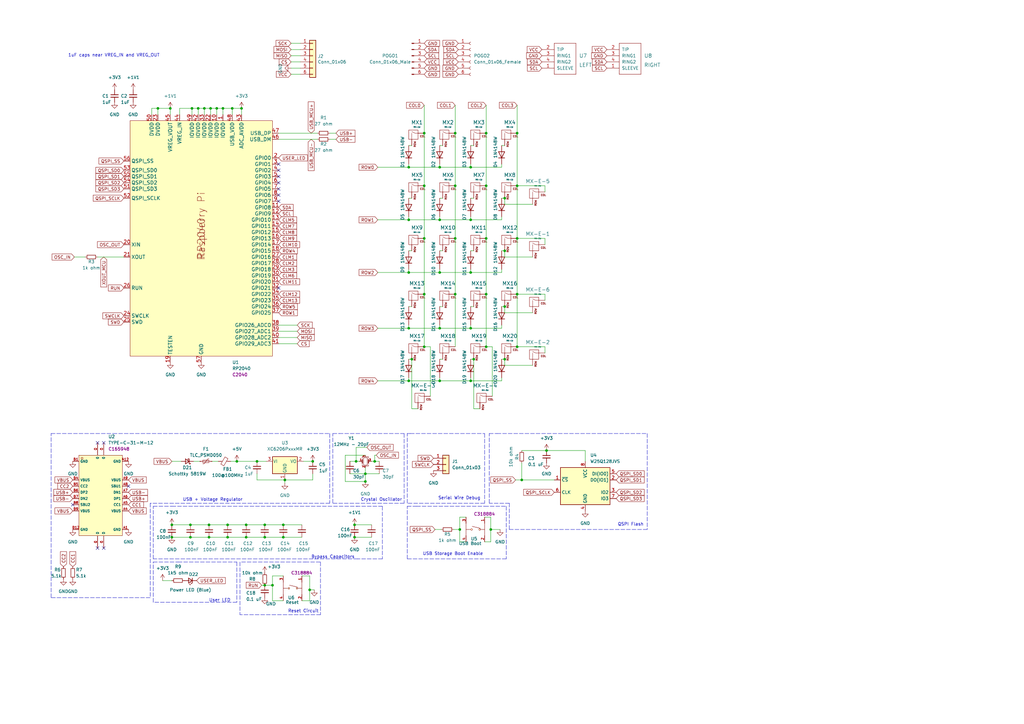
<source format=kicad_sch>
(kicad_sch (version 20211123) (generator eeschema)
  (paper "A3")
  (junction (at 180.34 68.58))
  (junction (at 78.74 44.45))
  (junction (at 193.04 68.58))
  (junction (at 173.99 54.61))
  (junction (at 180.34 134.62))
  (junction (at 83.82 44.45))
  (junction (at 168.91 147.32))
  (junction (at 145.415 215.265))
  (junction (at 199.39 54.61))
  (junction (at 108.585 220.345))
  (junction (at 116.84 196.85))
  (junction (at 81.28 44.45))
  (junction (at 108.585 240.03))
  (junction (at 70.485 220.345))
  (junction (at 85.725 215.265))
  (junction (at 199.39 97.79))
  (junction (at 86.36 44.45))
  (junction (at 146.05 189.23))
  (junction (at 100.965 220.345))
  (junction (at 224.155 184.785))
  (junction (at 212.09 120.65))
  (junction (at 78.105 220.345))
  (junction (at 213.995 196.85))
  (junction (at 193.04 111.76))
  (junction (at 193.04 156.21))
  (junction (at 186.69 120.65))
  (junction (at 207.01 125.73))
  (junction (at 108.585 215.265))
  (junction (at 91.44 44.45))
  (junction (at 88.9 44.45))
  (junction (at 70.485 215.265))
  (junction (at 193.04 90.17))
  (junction (at 167.64 68.58))
  (junction (at 167.64 111.76))
  (junction (at 127 241.935))
  (junction (at 180.34 156.21))
  (junction (at 186.69 97.79))
  (junction (at 199.39 76.2))
  (junction (at 173.99 142.24))
  (junction (at 100.965 215.265))
  (junction (at 149.86 197.485))
  (junction (at 188.595 217.17))
  (junction (at 167.64 156.21))
  (junction (at 193.04 134.62))
  (junction (at 78.105 215.265))
  (junction (at 207.01 102.87))
  (junction (at 105.41 189.23))
  (junction (at 186.69 76.2))
  (junction (at 207.01 147.32))
  (junction (at 111.76 240.03))
  (junction (at 207.01 81.28))
  (junction (at 212.09 97.79))
  (junction (at 64.77 44.45))
  (junction (at 167.64 134.62))
  (junction (at 180.34 111.76))
  (junction (at 93.345 215.265))
  (junction (at 173.99 97.79))
  (junction (at 167.64 90.17))
  (junction (at 212.09 54.61))
  (junction (at 149.86 194.31))
  (junction (at 199.39 142.24))
  (junction (at 95.25 44.45))
  (junction (at 201.295 217.17))
  (junction (at 173.99 120.65))
  (junction (at 212.09 76.2))
  (junction (at 93.345 220.345))
  (junction (at 69.85 44.45))
  (junction (at 194.31 147.32))
  (junction (at 153.67 189.23))
  (junction (at 199.39 120.65))
  (junction (at 97.155 189.23))
  (junction (at 212.09 142.24))
  (junction (at 116.205 215.265))
  (junction (at 99.06 44.45))
  (junction (at 186.69 54.61))
  (junction (at 180.34 90.17))
  (junction (at 116.205 220.345))
  (junction (at 173.99 76.2))
  (junction (at 128.27 189.23))
  (junction (at 85.725 220.345))
  (junction (at 145.415 220.345))
  (no_connect (at 114.3 80.01))
  (no_connect (at 114.3 67.31))
  (no_connect (at 40.005 181.61))
  (no_connect (at 114.3 69.85))
  (no_connect (at 40.005 224.79))
  (no_connect (at 114.3 77.47))
  (no_connect (at 114.3 118.11))
  (no_connect (at 114.3 72.39))
  (no_connect (at 52.705 199.39))
  (no_connect (at 114.3 74.93))
  (no_connect (at 42.545 181.61))
  (no_connect (at 29.845 207.01))
  (no_connect (at 42.545 224.79))
  (no_connect (at 114.3 82.55))
  (wire (pts (xy 212.09 120.65) (xy 223.52 120.65)))
  (polyline (pts (xy 62.865 207.645) (xy 70.485 207.645)))
  (wire (pts (xy 154.94 134.62) (xy 167.64 134.62)))
  (wire (pts (xy 205.74 68.58) (xy 205.74 67.31)))
  (wire (pts (xy 30.48 105.41) (xy 34.925 105.41)))
  (wire (pts (xy 111.76 240.03) (xy 111.76 246.38)))
  (wire (pts (xy 240.03 189.23) (xy 240.03 184.785)))
  (wire (pts (xy 143.51 194.31) (xy 149.86 194.31)))
  (wire (pts (xy 85.725 215.265) (xy 93.345 215.265)))
  (wire (pts (xy 69.85 44.45) (xy 69.85 46.99)))
  (polyline (pts (xy 165.735 206.375) (xy 136.525 206.375)))
  (wire (pts (xy 107.315 240.03) (xy 108.585 240.03)))
  (polyline (pts (xy 136.525 206.375) (xy 136.525 177.8)))
  (wire (pts (xy 201.93 142.24) (xy 201.93 162.56)))
  (wire (pts (xy 199.39 76.2) (xy 199.39 97.79)))
  (wire (pts (xy 180.34 133.35) (xy 180.34 134.62)))
  (wire (pts (xy 193.04 81.28) (xy 194.31 81.28)))
  (wire (pts (xy 167.64 134.62) (xy 180.34 134.62)))
  (wire (pts (xy 85.725 220.345) (xy 93.345 220.345)))
  (wire (pts (xy 62.23 44.45) (xy 62.23 46.99)))
  (wire (pts (xy 167.64 59.69) (xy 168.91 59.69)))
  (wire (pts (xy 186.69 76.2) (xy 186.69 97.79)))
  (wire (pts (xy 199.39 97.79) (xy 199.39 120.65)))
  (polyline (pts (xy 131.445 230.505) (xy 131.445 252.095)))
  (polyline (pts (xy 125.095 230.505) (xy 131.445 230.505)))
  (wire (pts (xy 213.995 184.785) (xy 224.155 184.785)))
  (wire (pts (xy 146.05 189.23) (xy 146.05 183.515)))
  (wire (pts (xy 105.41 196.85) (xy 116.84 196.85)))
  (wire (pts (xy 73.66 44.45) (xy 78.74 44.45)))
  (wire (pts (xy 212.09 76.2) (xy 212.09 97.79)))
  (wire (pts (xy 108.585 220.345) (xy 116.205 220.345)))
  (wire (pts (xy 114.3 138.43) (xy 121.92 138.43)))
  (wire (pts (xy 88.9 44.45) (xy 91.44 44.45)))
  (wire (pts (xy 213.995 189.865) (xy 213.995 196.85)))
  (wire (pts (xy 83.82 44.45) (xy 83.82 46.99)))
  (wire (pts (xy 180.34 88.9) (xy 180.34 90.17)))
  (wire (pts (xy 70.485 215.265) (xy 78.105 215.265)))
  (wire (pts (xy 180.34 68.58) (xy 193.04 68.58)))
  (polyline (pts (xy 207.645 207.645) (xy 207.645 229.235)))
  (wire (pts (xy 154.94 90.17) (xy 167.64 90.17)))
  (wire (pts (xy 111.76 240.03) (xy 111.76 236.22)))
  (wire (pts (xy 111.76 236.22) (xy 116.205 236.22)))
  (wire (pts (xy 180.34 110.49) (xy 180.34 111.76)))
  (wire (pts (xy 168.91 147.32) (xy 168.91 167.64)))
  (wire (pts (xy 86.36 44.45) (xy 86.36 46.99)))
  (polyline (pts (xy 70.485 207.645) (xy 146.685 207.645)))
  (polyline (pts (xy 73.025 230.505) (xy 97.155 230.505)))
  (wire (pts (xy 123.19 17.78) (xy 119.38 17.78)))
  (wire (pts (xy 149.86 194.31) (xy 149.86 197.485)))
  (wire (pts (xy 167.64 125.73) (xy 168.91 125.73)))
  (wire (pts (xy 64.77 44.45) (xy 62.23 44.45)))
  (wire (pts (xy 78.105 215.265) (xy 85.725 215.265)))
  (wire (pts (xy 205.74 125.73) (xy 207.01 125.73)))
  (wire (pts (xy 154.94 111.76) (xy 167.64 111.76)))
  (wire (pts (xy 186.69 97.79) (xy 186.69 120.65)))
  (wire (pts (xy 193.04 125.73) (xy 194.31 125.73)))
  (wire (pts (xy 180.34 59.69) (xy 181.61 59.69)))
  (wire (pts (xy 212.09 43.18) (xy 212.09 54.61)))
  (wire (pts (xy 178.435 217.17) (xy 180.975 217.17)))
  (wire (pts (xy 207.01 81.28) (xy 207.01 83.82)))
  (wire (pts (xy 86.36 44.45) (xy 88.9 44.45)))
  (polyline (pts (xy 62.865 230.505) (xy 73.025 230.505)))
  (wire (pts (xy 123.825 246.38) (xy 127 246.38)))
  (wire (pts (xy 193.04 134.62) (xy 193.04 133.35)))
  (polyline (pts (xy 98.425 230.505) (xy 98.425 252.095)))
  (wire (pts (xy 149.86 186.69) (xy 141.605 186.69)))
  (wire (pts (xy 105.41 194.31) (xy 105.41 196.85)))
  (wire (pts (xy 180.34 154.94) (xy 180.34 156.21)))
  (wire (pts (xy 196.85 167.64) (xy 194.31 167.64)))
  (wire (pts (xy 91.44 46.99) (xy 91.44 44.45)))
  (polyline (pts (xy 156.845 229.235) (xy 146.685 229.235)))
  (wire (pts (xy 199.39 54.61) (xy 199.39 76.2)))
  (wire (pts (xy 167.64 111.76) (xy 180.34 111.76)))
  (wire (pts (xy 119.38 20.32) (xy 123.19 20.32)))
  (polyline (pts (xy 208.915 217.17) (xy 208.915 206.375)))
  (wire (pts (xy 121.92 135.89) (xy 114.3 135.89)))
  (wire (pts (xy 119.38 30.48) (xy 123.19 30.48)))
  (wire (pts (xy 213.995 196.85) (xy 227.33 196.85)))
  (wire (pts (xy 167.64 90.17) (xy 180.34 90.17)))
  (wire (pts (xy 193.04 59.69) (xy 194.31 59.69)))
  (wire (pts (xy 99.06 44.45) (xy 95.25 44.45)))
  (wire (pts (xy 167.64 133.35) (xy 167.64 134.62)))
  (wire (pts (xy 168.91 167.64) (xy 171.45 167.64)))
  (wire (pts (xy 95.25 44.45) (xy 91.44 44.45)))
  (wire (pts (xy 143.51 189.23) (xy 146.05 189.23)))
  (polyline (pts (xy 146.685 229.235) (xy 62.865 229.235)))
  (wire (pts (xy 145.415 215.265) (xy 152.4 215.265)))
  (wire (pts (xy 128.27 194.31) (xy 128.27 196.85)))
  (wire (pts (xy 180.34 102.87) (xy 181.61 102.87)))
  (wire (pts (xy 167.64 81.28) (xy 168.91 81.28)))
  (wire (pts (xy 149.86 191.77) (xy 149.86 194.31)))
  (wire (pts (xy 180.34 156.21) (xy 193.04 156.21)))
  (wire (pts (xy 205.74 90.17) (xy 205.74 88.9)))
  (wire (pts (xy 173.99 120.65) (xy 173.99 142.24)))
  (polyline (pts (xy 167.005 206.375) (xy 167.005 177.8)))
  (wire (pts (xy 205.74 81.28) (xy 207.01 81.28)))
  (wire (pts (xy 146.05 183.515) (xy 150.495 183.515)))
  (wire (pts (xy 207.01 128.27) (xy 218.44 128.27)))
  (wire (pts (xy 116.84 196.85) (xy 116.84 198.12)))
  (wire (pts (xy 193.04 90.17) (xy 205.74 90.17)))
  (wire (pts (xy 180.34 134.62) (xy 193.04 134.62)))
  (wire (pts (xy 153.67 186.69) (xy 154.305 186.69)))
  (wire (pts (xy 145.415 220.345) (xy 152.4 220.345)))
  (wire (pts (xy 69.85 44.45) (xy 64.77 44.45)))
  (polyline (pts (xy 146.05 207.645) (xy 156.845 207.645)))
  (wire (pts (xy 114.3 140.97) (xy 121.92 140.97)))
  (wire (pts (xy 240.03 184.785) (xy 224.155 184.785)))
  (wire (pts (xy 123.19 27.94) (xy 119.38 27.94)))
  (wire (pts (xy 167.64 67.31) (xy 167.64 68.58)))
  (polyline (pts (xy 99.06 230.505) (xy 125.095 230.505)))
  (wire (pts (xy 180.34 81.28) (xy 181.61 81.28)))
  (wire (pts (xy 116.84 196.85) (xy 128.27 196.85)))
  (polyline (pts (xy 167.005 207.645) (xy 170.815 207.645)))
  (wire (pts (xy 167.64 156.21) (xy 180.34 156.21)))
  (wire (pts (xy 212.09 97.79) (xy 223.52 97.79)))
  (wire (pts (xy 78.105 220.345) (xy 85.725 220.345)))
  (wire (pts (xy 94.615 189.23) (xy 97.155 189.23)))
  (wire (pts (xy 207.01 105.41) (xy 218.44 105.41)))
  (polyline (pts (xy 168.275 177.8) (xy 198.755 177.8)))
  (polyline (pts (xy 207.645 229.235) (xy 167.005 229.235)))
  (wire (pts (xy 205.74 59.69) (xy 207.01 59.69)))
  (polyline (pts (xy 62.865 247.015) (xy 62.865 230.505)))
  (wire (pts (xy 188.595 217.17) (xy 188.595 222.25)))
  (wire (pts (xy 212.09 97.79) (xy 212.09 120.65)))
  (wire (pts (xy 199.39 142.24) (xy 201.93 142.24)))
  (polyline (pts (xy 208.915 206.375) (xy 200.66 206.375)))
  (wire (pts (xy 205.74 147.32) (xy 207.01 147.32)))
  (wire (pts (xy 193.04 111.76) (xy 193.04 110.49)))
  (wire (pts (xy 212.09 120.65) (xy 212.09 142.24)))
  (wire (pts (xy 173.99 97.79) (xy 173.99 120.65)))
  (wire (pts (xy 186.69 54.61) (xy 186.69 76.2)))
  (wire (pts (xy 207.01 102.87) (xy 207.01 105.41)))
  (wire (pts (xy 153.67 189.23) (xy 153.67 186.69)))
  (wire (pts (xy 180.34 125.73) (xy 181.61 125.73)))
  (wire (pts (xy 193.04 68.58) (xy 193.04 67.31)))
  (wire (pts (xy 167.64 68.58) (xy 180.34 68.58)))
  (polyline (pts (xy 61.595 245.11) (xy 20.955 245.11)))
  (wire (pts (xy 193.04 90.17) (xy 193.04 88.9)))
  (wire (pts (xy 105.41 189.23) (xy 109.22 189.23)))
  (wire (pts (xy 198.755 222.25) (xy 201.295 222.25)))
  (wire (pts (xy 64.77 44.45) (xy 64.77 46.99)))
  (wire (pts (xy 207.01 149.86) (xy 218.44 149.86)))
  (wire (pts (xy 70.485 189.23) (xy 74.295 189.23)))
  (wire (pts (xy 111.76 246.38) (xy 116.205 246.38)))
  (wire (pts (xy 199.39 43.18) (xy 199.39 54.61)))
  (wire (pts (xy 186.69 120.65) (xy 186.69 142.24)))
  (wire (pts (xy 86.995 189.23) (xy 89.535 189.23)))
  (wire (pts (xy 108.585 215.265) (xy 116.205 215.265)))
  (wire (pts (xy 201.295 222.25) (xy 201.295 217.17)))
  (wire (pts (xy 193.04 156.21) (xy 193.04 154.94)))
  (wire (pts (xy 193.04 147.32) (xy 194.31 147.32)))
  (wire (pts (xy 116.205 215.265) (xy 123.825 215.265)))
  (wire (pts (xy 188.595 212.09) (xy 191.135 212.09)))
  (polyline (pts (xy 20.955 177.8) (xy 46.355 177.8)))
  (wire (pts (xy 223.52 97.79) (xy 223.52 100.33)))
  (wire (pts (xy 167.64 147.32) (xy 168.91 147.32)))
  (wire (pts (xy 70.485 220.345) (xy 78.105 220.345)))
  (polyline (pts (xy 203.835 177.8) (xy 265.43 177.8)))
  (wire (pts (xy 186.69 43.18) (xy 186.69 54.61)))
  (wire (pts (xy 83.82 44.45) (xy 86.36 44.45)))
  (wire (pts (xy 212.09 76.2) (xy 223.52 76.2)))
  (wire (pts (xy 93.345 215.265) (xy 100.965 215.265)))
  (wire (pts (xy 141.605 186.69) (xy 141.605 197.485)))
  (wire (pts (xy 81.28 44.45) (xy 81.28 46.99)))
  (wire (pts (xy 78.74 44.45) (xy 78.74 46.99)))
  (wire (pts (xy 153.67 189.23) (xy 155.575 189.23)))
  (wire (pts (xy 205.74 156.21) (xy 205.74 154.94)))
  (polyline (pts (xy 198.755 177.8) (xy 198.755 206.375)))
  (wire (pts (xy 194.31 147.32) (xy 194.31 167.64)))
  (wire (pts (xy 114.3 54.61) (xy 130.175 54.61)))
  (wire (pts (xy 79.375 189.23) (xy 81.915 189.23)))
  (polyline (pts (xy 97.155 247.015) (xy 62.865 247.015)))
  (wire (pts (xy 73.66 44.45) (xy 73.66 46.99)))
  (wire (pts (xy 173.99 54.61) (xy 173.99 76.2)))
  (polyline (pts (xy 135.255 206.375) (xy 61.595 206.375)))
  (polyline (pts (xy 200.66 206.375) (xy 200.66 177.8)))
  (wire (pts (xy 97.155 189.23) (xy 105.41 189.23)))
  (wire (pts (xy 180.34 67.31) (xy 180.34 68.58)))
  (wire (pts (xy 127 246.38) (xy 127 241.935)))
  (wire (pts (xy 81.28 44.45) (xy 83.82 44.45)))
  (wire (pts (xy 123.825 236.22) (xy 127 236.22)))
  (wire (pts (xy 201.295 212.09) (xy 201.295 217.17)))
  (wire (pts (xy 188.595 217.17) (xy 188.595 212.09)))
  (wire (pts (xy 78.74 44.45) (xy 81.28 44.45)))
  (polyline (pts (xy 46.355 177.8) (xy 135.255 177.8)))
  (wire (pts (xy 93.345 220.345) (xy 100.965 220.345)))
  (wire (pts (xy 116.205 220.345) (xy 123.825 220.345)))
  (wire (pts (xy 95.25 46.99) (xy 95.25 44.45)))
  (wire (pts (xy 205.74 111.76) (xy 205.74 110.49)))
  (wire (pts (xy 100.965 220.345) (xy 108.585 220.345)))
  (wire (pts (xy 176.53 142.24) (xy 173.99 142.24)))
  (wire (pts (xy 99.06 46.99) (xy 99.06 44.45)))
  (wire (pts (xy 193.04 102.87) (xy 194.31 102.87)))
  (wire (pts (xy 66.675 238.125) (xy 70.485 238.125)))
  (wire (pts (xy 152.4 189.23) (xy 153.67 189.23)))
  (polyline (pts (xy 136.525 177.8) (xy 139.065 177.8)))
  (wire (pts (xy 201.295 217.17) (xy 205.105 217.17)))
  (polyline (pts (xy 265.43 217.17) (xy 208.915 217.17)))
  (polyline (pts (xy 170.815 207.645) (xy 198.755 207.645)))
  (wire (pts (xy 188.595 222.25) (xy 191.135 222.25)))
  (polyline (pts (xy 61.595 206.375) (xy 61.595 245.11)))
  (wire (pts (xy 223.52 76.2) (xy 223.52 78.74)))
  (wire (pts (xy 100.965 215.265) (xy 108.585 215.265)))
  (wire (pts (xy 207.01 125.73) (xy 207.01 128.27)))
  (wire (pts (xy 193.04 68.58) (xy 205.74 68.58)))
  (wire (pts (xy 123.19 22.86) (xy 119.38 22.86)))
  (polyline (pts (xy 131.445 252.095) (xy 98.425 252.095)))
  (wire (pts (xy 180.34 147.32) (xy 181.61 147.32)))
  (wire (pts (xy 135.255 54.61) (xy 137.795 54.61)))
  (wire (pts (xy 186.055 217.17) (xy 188.595 217.17)))
  (wire (pts (xy 207.01 83.82) (xy 218.44 83.82)))
  (wire (pts (xy 40.005 105.41) (xy 50.8 105.41)))
  (wire (pts (xy 180.34 111.76) (xy 193.04 111.76)))
  (wire (pts (xy 149.86 194.31) (xy 155.575 194.31)))
  (polyline (pts (xy 265.43 177.8) (xy 265.43 217.17)))
  (polyline (pts (xy 167.005 229.235) (xy 167.005 207.645)))
  (wire (pts (xy 154.94 68.58) (xy 167.64 68.58)))
  (wire (pts (xy 207.01 147.32) (xy 207.01 149.86)))
  (wire (pts (xy 199.39 120.65) (xy 199.39 142.24)))
  (wire (pts (xy 124.46 189.23) (xy 128.27 189.23)))
  (wire (pts (xy 205.74 134.62) (xy 205.74 133.35)))
  (wire (pts (xy 88.9 44.45) (xy 88.9 46.99)))
  (wire (pts (xy 193.04 111.76) (xy 205.74 111.76)))
  (wire (pts (xy 167.64 110.49) (xy 167.64 111.76)))
  (wire (pts (xy 114.3 133.35) (xy 121.92 133.35)))
  (wire (pts (xy 180.34 90.17) (xy 193.04 90.17)))
  (wire (pts (xy 127 236.22) (xy 127 241.935)))
  (wire (pts (xy 146.05 189.23) (xy 147.32 189.23)))
  (polyline (pts (xy 20.955 245.11) (xy 20.955 177.8)))
  (wire (pts (xy 141.605 197.485) (xy 149.86 197.485)))
  (wire (pts (xy 167.64 154.94) (xy 167.64 156.21)))
  (wire (pts (xy 119.38 25.4) (xy 123.19 25.4)))
  (wire (pts (xy 173.99 76.2) (xy 173.99 97.79)))
  (wire (pts (xy 193.04 156.21) (xy 205.74 156.21)))
  (wire (pts (xy 223.52 142.24) (xy 223.52 144.78)))
  (wire (pts (xy 114.3 57.15) (xy 130.175 57.15)))
  (polyline (pts (xy 135.255 177.8) (xy 135.255 206.375)))
  (polyline (pts (xy 198.755 206.375) (xy 167.005 206.375)))
  (wire (pts (xy 167.64 88.9) (xy 167.64 90.17)))
  (wire (pts (xy 173.99 43.18) (xy 173.99 54.61)))
  (wire (pts (xy 108.585 240.03) (xy 111.76 240.03)))
  (wire (pts (xy 167.64 102.87) (xy 168.91 102.87)))
  (wire (pts (xy 135.255 57.15) (xy 137.795 57.15)))
  (polyline (pts (xy 198.755 207.645) (xy 207.645 207.645)))
  (polyline (pts (xy 62.865 229.235) (xy 62.865 207.645)))
  (wire (pts (xy 223.52 120.65) (xy 223.52 123.19)))
  (wire (pts (xy 212.09 54.61) (xy 212.09 76.2)))
  (wire (pts (xy 211.455 196.85) (xy 213.995 196.85)))
  (polyline (pts (xy 97.155 230.505) (xy 97.155 247.015)))
  (polyline (pts (xy 139.065 177.8) (xy 165.735 177.8)))
  (wire (pts (xy 176.53 162.56) (xy 176.53 142.24)))
  (polyline (pts (xy 165.735 177.8) (xy 165.735 206.375)))
  (polyline (pts (xy 200.66 177.8) (xy 203.835 177.8)))
  (wire (pts (xy 127 241.935) (xy 128.905 241.935)))
  (wire (pts (xy 198.755 212.09) (xy 201.295 212.09)))
  (wire (pts (xy 154.94 156.21) (xy 167.64 156.21)))
  (wire (pts (xy 212.09 142.24) (xy 223.52 142.24)))
  (wire (pts (xy 205.74 102.87) (xy 207.01 102.87)))
  (polyline (pts (xy 167.005 177.8) (xy 168.275 177.8)))
  (wire (pts (xy 193.04 134.62) (xy 205.74 134.62)))
  (polyline (pts (xy 156.845 207.645) (xy 156.845 229.235)))
  (text "Crystal Oscillator" (at 147.955 205.74 0) (effects (font (size 1.27 1.27)) (justify left bottom)))
  (text "Bypass Capacitors" (at 127.635 229.235 0) (effects (font (size 1.27 1.27)) (justify left bottom)))
  (text "USB + Voltage Regulator" (at 74.93 205.74 0) (effects (font (size 1.27 1.27)) (justify left bottom)))
  (text "1uF caps near VREG_IN and VREG_OUT" (at 27.94 23.495 0) (effects (font (size 1.27 1.27)) (justify left bottom)))
  (text "USB Storage Boot Enable" (at 173.355 227.965 0) (effects (font (size 1.27 1.27)) (justify left bottom)))
  (text "Serial Wire Debug" (at 179.705 205.105 0) (effects (font (size 1.27 1.27)) (justify left bottom)))
  (text "QSPI Flash" (at 253.365 215.9 0) (effects (font (size 1.27 1.27)) (justify left bottom)))
  (text "Reset Circuit" (at 118.11 251.46 0) (effects (font (size 1.27 1.27)) (justify left bottom)))
  (text "User LED" (at 85.725 247.015 0) (effects (font (size 1.27 1.27)) (justify left bottom)))
  (global_label "SCK" (shape input) (at 121.92 133.35 0) (property "Intersheet References" "${INTERSHEET_REFS}" (effects hide)))
  (global_label "QSPI_SD0" (shape input) (at 50.8 69.85 180) (property "Intersheet References" "${INTERSHEET_REFS}" (effects hide)))
  (global_label "CLM12" (shape input) (at 114.3 120.65 0) (property "Intersheet References" "${INTERSHEET_REFS}" (effects hide)))
  (global_label "USB-" (shape input) (at 29.845 204.47 180) (property "Intersheet References" "${INTERSHEET_REFS}" (effects hide)))
  (global_label "QSPI_SD2" (shape input) (at 50.8 74.93 180) (property "Intersheet References" "${INTERSHEET_REFS}" (effects hide)))
  (global_label "VCC" (shape input) (at 248.92 20.32 180) (property "Intersheet References" "${INTERSHEET_REFS}" (effects hide)))
  (global_label "COL0" (shape input) (at 173.99 43.18 180) (property "Intersheet References" "${INTERSHEET_REFS}" (effects hide)))
  (global_label "GND" (shape input) (at 173.99 17.78 0) (property "Intersheet References" "${INTERSHEET_REFS}" (effects hide)))
  (global_label "SCL" (shape input) (at 114.3 87.63 0) (property "Intersheet References" "${INTERSHEET_REFS}" (effects hide)))
  (global_label "GND" (shape input) (at 173.99 30.48 0) (property "Intersheet References" "${INTERSHEET_REFS}" (effects hide)))
  (global_label "OSC_IN" (shape input) (at 30.48 105.41 180) (property "Intersheet References" "${INTERSHEET_REFS}" (effects hide)))
  (global_label "MISO" (shape input) (at 119.38 22.86 180) (property "Intersheet References" "${INTERSHEET_REFS}" (effects hide)))
  (global_label "GND" (shape input) (at 222.25 22.86 180) (property "Intersheet References" "${INTERSHEET_REFS}" (effects hide)))
  (global_label "XOUT_MCU" (shape input) (at 42.545 105.41 270) (property "Intersheet References" "${INTERSHEET_REFS}" (effects hide)))
  (global_label "USB_MCU+" (shape input) (at 127.635 54.61 90) (property "Intersheet References" "${INTERSHEET_REFS}" (effects hide)))
  (global_label "COL1" (shape input) (at 186.69 43.18 180) (property "Intersheet References" "${INTERSHEET_REFS}" (effects hide)))
  (global_label "CLM9" (shape input) (at 114.3 97.79 0) (property "Intersheet References" "${INTERSHEET_REFS}" (effects hide)))
  (global_label "SCL" (shape input) (at 222.25 27.94 180) (property "Intersheet References" "${INTERSHEET_REFS}" (effects hide)))
  (global_label "QSPI_SD3" (shape input) (at 50.8 77.47 180) (property "Intersheet References" "${INTERSHEET_REFS}" (effects hide)))
  (global_label "GND" (shape input) (at 187.96 30.48 180) (property "Intersheet References" "${INTERSHEET_REFS}" (effects hide)))
  (global_label "CLM2" (shape input) (at 114.3 107.95 0) (property "Intersheet References" "${INTERSHEET_REFS}" (effects hide)))
  (global_label "SDA" (shape input) (at 173.99 20.32 0) (property "Intersheet References" "${INTERSHEET_REFS}" (effects hide)))
  (global_label "SWD" (shape input) (at 177.8 187.96 180) (property "Intersheet References" "${INTERSHEET_REFS}" (effects hide)))
  (global_label "CLM6" (shape input) (at 114.3 113.03 0) (property "Intersheet References" "${INTERSHEET_REFS}" (effects hide)))
  (global_label "VCC" (shape input) (at 222.25 20.32 180) (property "Intersheet References" "${INTERSHEET_REFS}" (effects hide)))
  (global_label "QSPI_SCLK" (shape input) (at 50.8 81.28 180) (property "Intersheet References" "${INTERSHEET_REFS}" (effects hide)))
  (global_label "VCC" (shape input) (at 173.99 25.4 0) (property "Intersheet References" "${INTERSHEET_REFS}" (effects hide)))
  (global_label "CLM7" (shape input) (at 114.3 92.71 0) (property "Intersheet References" "${INTERSHEET_REFS}" (effects hide)))
  (global_label "SWCLK" (shape input) (at 50.8 129.54 180) (property "Intersheet References" "${INTERSHEET_REFS}" (effects hide)))
  (global_label "SCL" (shape input) (at 248.92 27.94 180) (property "Intersheet References" "${INTERSHEET_REFS}" (effects hide)))
  (global_label "CLM1" (shape input) (at 114.3 105.41 0) (property "Intersheet References" "${INTERSHEET_REFS}" (effects hide)))
  (global_label "ROW5" (shape input) (at 114.3 125.73 0) (property "Intersheet References" "${INTERSHEET_REFS}" (effects hide)))
  (global_label "ROW1" (shape input) (at 114.3 128.27 0) (property "Intersheet References" "${INTERSHEET_REFS}" (effects hide)))
  (global_label "SCK" (shape input) (at 119.38 17.78 180) (property "Intersheet References" "${INTERSHEET_REFS}" (effects hide)))
  (global_label "VBUS" (shape input) (at 52.705 196.85 0) (property "Intersheet References" "${INTERSHEET_REFS}" (effects hide)))
  (global_label "QSPI_SD2" (shape input) (at 252.73 201.93 0) (property "Intersheet References" "${INTERSHEET_REFS}" (effects hide)))
  (global_label "SWCLK" (shape input) (at 177.8 190.5 180) (property "Intersheet References" "${INTERSHEET_REFS}" (effects hide)))
  (global_label "COL3" (shape input) (at 212.09 43.18 180) (property "Intersheet References" "${INTERSHEET_REFS}" (effects hide)))
  (global_label "ROW1" (shape input) (at 154.94 90.17 180) (property "Intersheet References" "${INTERSHEET_REFS}" (effects hide)))
  (global_label "VBUS" (shape input) (at 29.845 196.85 180) (property "Intersheet References" "${INTERSHEET_REFS}" (effects hide)))
  (global_label "ROW3" (shape input) (at 154.94 134.62 180) (property "Intersheet References" "${INTERSHEET_REFS}" (effects hide)))
  (global_label "USB-" (shape input) (at 52.705 201.93 0) (property "Intersheet References" "${INTERSHEET_REFS}" (effects hide)))
  (global_label "VBUS" (shape input) (at 29.845 209.55 180) (property "Intersheet References" "${INTERSHEET_REFS}" (effects hide)))
  (global_label "MISO" (shape input) (at 121.92 138.43 0) (property "Intersheet References" "${INTERSHEET_REFS}" (effects hide)))
  (global_label "VBUS" (shape input) (at 70.485 189.23 180) (property "Intersheet References" "${INTERSHEET_REFS}" (effects hide)))
  (global_label "CS" (shape input) (at 121.92 140.97 0) (property "Intersheet References" "${INTERSHEET_REFS}" (effects hide)))
  (global_label "CC2" (shape input) (at 26.035 232.41 90) (property "Intersheet References" "${INTERSHEET_REFS}" (effects hide)))
  (global_label "ROW4" (shape input) (at 114.3 102.87 0) (property "Intersheet References" "${INTERSHEET_REFS}" (effects hide)))
  (global_label "CC2" (shape input) (at 29.845 199.39 180) (property "Intersheet References" "${INTERSHEET_REFS}" (effects hide)))
  (global_label "CLM10" (shape input) (at 114.3 100.33 0) (property "Intersheet References" "${INTERSHEET_REFS}" (effects hide)))
  (global_label "CC1" (shape input) (at 29.845 232.41 90) (property "Intersheet References" "${INTERSHEET_REFS}" (effects hide)))
  (global_label "CS" (shape input) (at 119.38 25.4 180) (property "Intersheet References" "${INTERSHEET_REFS}" (effects hide)))
  (global_label "VCC" (shape input) (at 187.96 25.4 180) (property "Intersheet References" "${INTERSHEET_REFS}" (effects hide)))
  (global_label "CLM11" (shape input) (at 114.3 115.57 0) (property "Intersheet References" "${INTERSHEET_REFS}" (effects hide)))
  (global_label "VBUS" (shape input) (at 52.705 209.55 0) (property "Intersheet References" "${INTERSHEET_REFS}" (effects hide)))
  (global_label "MOSI" (shape input) (at 121.92 135.89 0) (property "Intersheet References" "${INTERSHEET_REFS}" (effects hide)))
  (global_label "QSPI_SD0" (shape input) (at 252.73 194.31 0) (property "Intersheet References" "${INTERSHEET_REFS}" (effects hide)))
  (global_label "QSPI_SD1" (shape input) (at 252.73 196.85 0) (property "Intersheet References" "${INTERSHEET_REFS}" (effects hide)))
  (global_label "CLM13" (shape input) (at 114.3 123.19 0) (property "Intersheet References" "${INTERSHEET_REFS}" (effects hide)))
  (global_label "ROW4" (shape input) (at 154.94 156.21 180) (property "Intersheet References" "${INTERSHEET_REFS}" (effects hide)))
  (global_label "OSC_IN" (shape input) (at 154.305 186.69 0) (property "Intersheet References" "${INTERSHEET_REFS}" (effects hide)))
  (global_label "RUN" (shape input) (at 50.8 118.11 180) (property "Intersheet References" "${INTERSHEET_REFS}" (effects hide)))
  (global_label "VCC" (shape input) (at 119.38 30.48 180) (property "Intersheet References" "${INTERSHEET_REFS}" (effects hide)))
  (global_label "RUN" (shape input) (at 107.315 240.03 180) (property "Intersheet References" "${INTERSHEET_REFS}" (effects hide)))
  (global_label "USER_LED" (shape input) (at 114.3 64.77 0) (property "Intersheet References" "${INTERSHEET_REFS}" (effects hide)))
  (global_label "QSPI_SD3" (shape input) (at 252.73 204.47 0) (property "Intersheet References" "${INTERSHEET_REFS}" (effects hide)))
  (global_label "SDA" (shape input) (at 114.3 85.09 0) (property "Intersheet References" "${INTERSHEET_REFS}" (effects hide)))
  (global_label "GND" (shape input) (at 187.96 17.78 180) (property "Intersheet References" "${INTERSHEET_REFS}" (effects hide)))
  (global_label "CLM5" (shape input) (at 114.3 90.17 0) (property "Intersheet References" "${INTERSHEET_REFS}" (effects hide)))
  (global_label "QSPI_SS" (shape input) (at 211.455 196.85 180) (property "Intersheet References" "${INTERSHEET_REFS}" (effects hide)))
  (global_label "COL2" (shape input) (at 199.39 43.18 180) (property "Intersheet References" "${INTERSHEET_REFS}" (effects hide)))
  (global_label "USB-" (shape input) (at 137.795 57.15 0) (property "Intersheet References" "${INTERSHEET_REFS}" (effects hide)))
  (global_label "SCL" (shape input) (at 173.99 22.86 0) (property "Intersheet References" "${INTERSHEET_REFS}" (effects hide)))
  (global_label "OSC_OUT" (shape input) (at 50.8 100.33 180) (property "Intersheet References" "${INTERSHEET_REFS}" (effects hide)))
  (global_label "MOSI" (shape input) (at 119.38 20.32 180) (property "Intersheet References" "${INTERSHEET_REFS}" (effects hide)))
  (global_label "SDA" (shape input) (at 222.25 25.4 180) (property "Intersheet References" "${INTERSHEET_REFS}" (effects hide)))
  (global_label "QSPI_SS" (shape input) (at 178.435 217.17 180) (property "Intersheet References" "${INTERSHEET_REFS}" (effects hide)))
  (global_label "USB+" (shape input) (at 137.795 54.61 0) (property "Intersheet References" "${INTERSHEET_REFS}" (effects hide)))
  (global_label "CLM3" (shape input) (at 114.3 110.49 0) (property "Intersheet References" "${INTERSHEET_REFS}" (effects hide)))
  (global_label "GND" (shape input) (at 187.96 27.94 180) (property "Intersheet References" "${INTERSHEET_REFS}" (effects hide)))
  (global_label "SDA" (shape input) (at 187.96 20.32 180) (property "Intersheet References" "${INTERSHEET_REFS}" (effects hide)))
  (global_label "USB+" (shape input) (at 52.705 204.47 0) (property "Intersheet References" "${INTERSHEET_REFS}" (effects hide)))
  (global_label "GND" (shape input) (at 248.92 22.86 180) (property "Intersheet References" "${INTERSHEET_REFS}" (effects hide)))
  (global_label "CC1" (shape input) (at 52.705 207.01 0) (property "Intersheet References" "${INTERSHEET_REFS}" (effects hide)))
  (global_label "CLM8" (shape input) (at 114.3 95.25 0) (property "Intersheet References" "${INTERSHEET_REFS}" (effects hide)))
  (global_label "SDA" (shape input) (at 248.92 25.4 180) (property "Intersheet References" "${INTERSHEET_REFS}" (effects hide)))
  (global_label "SWD" (shape input) (at 50.8 132.08 180) (property "Intersheet References" "${INTERSHEET_REFS}" (effects hide)))
  (global_label "ROW2" (shape input) (at 154.94 111.76 180) (property "Intersheet References" "${INTERSHEET_REFS}" (effects hide)))
  (global_label "OSC_OUT" (shape input) (at 150.495 183.515 0) (property "Intersheet References" "${INTERSHEET_REFS}" (effects hide)))
  (global_label "USB+" (shape input) (at 29.845 201.93 180) (property "Intersheet References" "${INTERSHEET_REFS}" (effects hide)))
  (global_label "GND" (shape input) (at 173.99 27.94 0) (property "Intersheet References" "${INTERSHEET_REFS}" (effects hide)))
  (global_label "QSPI_SS" (shape input) (at 50.8 66.04 180) (property "Intersheet References" "${INTERSHEET_REFS}" (effects hide)))
  (global_label "USB_MCU-" (shape input) (at 127.635 57.15 270) (property "Intersheet References" "${INTERSHEET_REFS}" (effects hide)))
  (global_label "USER_LED" (shape input) (at 80.645 238.125 0) (property "Intersheet References" "${INTERSHEET_REFS}" (effects hide)))
  (global_label "SCL" (shape input) (at 187.96 22.86 180) (property "Intersheet References" "${INTERSHEET_REFS}" (effects hide)))
  (global_label "ROW0" (shape input) (at 154.94 68.58 180) (property "Intersheet References" "${INTERSHEET_REFS}" (effects hide)))
  (global_label "QSPI_SCLK" (shape input) (at 227.33 201.93 180) (property "Intersheet References" "${INTERSHEET_REFS}" (effects hide)))
  (global_label "QSPI_SD1" (shape input) (at 50.8 72.39 180) (property "Intersheet References" "${INTERSHEET_REFS}" (effects hide)))
  (symbol (lib_id "Diode:1N4148W") (at 205.74 151.13 90) (unit 1)
    (property "Reference" "D20" (at 203.2 153.67 0) (effects (justify right)))
    (property "Value" "1N4148W" (at 203.2 143.51 0) (effects (justify right)))
    (property "Footprint" "Keebio-Parts:D_SOD123" (effects hide))
    (property "Datasheet" "https://www.vishay.com/docs/85748/1n4148w.pdf" (effects hide))
  )
  (symbol (lib_id "power:+3.3V") (at 99.06 44.45 0) (unit 1)
    (property "Reference" "#PWR0106" (effects hide))
    (property "Value" "+3.3V" (at 99.06 39.37 0))
  )
  (symbol (lib_id "Diode:1N4148W") (at 167.64 151.13 90) (unit 1)
    (property "Reference" "D17" (at 165.1 153.67 0) (effects (justify right)))
    (property "Value" "1N4148W" (at 165.1 143.51 0) (effects (justify right)))
    (property "Footprint" "Keebio-Parts:D_SOD123" (effects hide))
    (property "Datasheet" "https://www.vishay.com/docs/85748/1n4148w.pdf" (effects hide))
  )
  (symbol (lib_id "Diode:1N4148W") (at 193.04 151.13 90) (unit 1)
    (property "Reference" "D19" (at 190.5 153.67 0) (effects (justify right)))
    (property "Value" "1N4148W" (at 190.5 143.51 0) (effects (justify right)))
    (property "Footprint" "Keebio-Parts:D_SOD123" (effects hide))
    (property "Datasheet" "https://www.vishay.com/docs/85748/1n4148w.pdf" (effects hide))
  )
  (symbol (lib_id "Device:C_Small") (at 70.485 217.805 0) (unit 1)
    (property "Reference" "C8" (at 65.405 217.805 0) (effects (justify left)))
    (property "Value" "100nF" (at 64.135 220.345 0) (effects (justify left)))
    (property "Footprint" "Keebio-Parts:C_0402" (effects hide))
  )
  (symbol (lib_id "Device:C_Small") (at 54.61 39.37 0) (unit 1)
    (property "Reference" "C2" (at 49.53 39.37 0) (effects (justify left)))
    (property "Value" "1uF" (at 49.53 41.91 0) (effects (justify left)))
    (property "Footprint" "Keebio-Parts:C_0402" (effects hide))
  )
  (symbol (lib_id "Device:D_Schottky_Small") (at 76.835 189.23 180) (unit 1)
    (property "Reference" "D21" (at 76.835 191.77 0))
    (property "Value" "Schottky 5819W" (at 76.835 194.31 0))
    (property "Footprint" "Keebio-Parts:D_SOD123" (effects hide))
  )
  (symbol (lib_id "Device:FerriteBead_Small") (at 92.075 189.23 90) (unit 1)
    (property "Reference" "FB1" (at 93.345 192.405 90))
    (property "Value" "100@100MHz" (at 93.345 194.945 90))
    (property "Footprint" "Inductor_SMD:L_0805_2012Metric" (effects hide))
  )
  (symbol (lib_id "MX_Alps_Hybrid:MX-NoLED") (at 208.28 77.47 0) (unit 1)
    (property "Reference" "MX8" (at 209.1182 71.8058 0) (effects (font (size 1.524 1.524))))
    (property "Value" "MX-1U" (at 209.1182 73.6854 0) (effects (font (size 0.508 0.508))))
    (property "Footprint" "Switch_Keyboard_Hotswap_Kailh:SW_Hotswap_Kailh_MX_1.00u_Modified" (effects hide))
  )
  (symbol (lib_id "Device:R_Small") (at 213.995 187.325 0) (unit 1)
    (property "Reference" "R4" (at 212.09 187.325 90))
    (property "Value" "10k ohm" (at 209.55 187.325 90))
    (property "Footprint" "Keebio-Parts:R_0402" (effects hide))
  )
  (symbol (lib_id "MX_Alps_Hybrid:MX-NoLED") (at 219.71 146.05 0) (unit 1)
    (property "Reference" "MX-E-2" (at 220.5482 140.3858 0) (effects (font (size 1.524 1.524))))
    (property "Value" "MX-2U" (at 220.5482 142.2654 0) (effects (font (size 0.508 0.508))))
    (property "Footprint" "Switch_Keyboard_Hotswap_Kailh:SW_Hotswap_Kailh_MX_1.00u_Extras" (effects hide))
  )
  (symbol (lib_id "power:GND") (at 116.84 198.12 0) (unit 1)
    (property "Reference" "#PWR0130" (effects hide))
    (property "Value" "GND" (at 116.84 203.2 0))
  )
  (symbol (lib_id "power:+3.3V") (at 66.675 238.125 0) (unit 1)
    (property "Reference" "#PWR0119" (effects hide))
    (property "Value" "+3.3V" (at 66.675 233.045 0))
  )
  (symbol (lib_id "MX_Alps_Hybrid:MX-NoLED") (at 170.18 99.06 0) (unit 1)
    (property "Reference" "MX9" (at 171.0182 93.3958 0) (effects (font (size 1.524 1.524))))
    (property "Value" "MX-1U" (at 171.0182 95.2754 0) (effects (font (size 0.508 0.508))))
    (property "Footprint" "Switch_Keyboard_Hotswap_Kailh:SW_Hotswap_Kailh_MX_1.00u_Modified" (effects hide))
  )
  (symbol (lib_id "power:+3.3V") (at 46.99 36.83 0) (unit 1)
    (property "Reference" "#PWR0103" (effects hide))
    (property "Value" "+3.3V" (at 46.99 31.75 0))
  )
  (symbol (lib_id "MX_Alps_Hybrid:MX-NoLED") (at 195.58 55.88 0) (unit 1)
    (property "Reference" "MX3" (at 196.4182 50.2158 0) (effects (font (size 1.524 1.524))))
    (property "Value" "MX-1U" (at 196.4182 52.0954 0) (effects (font (size 0.508 0.508))))
    (property "Footprint" "Switch_Keyboard_Hotswap_Kailh:SW_Hotswap_Kailh_MX_1.00u_Modified" (effects hide))
  )
  (symbol (lib_id "power:GND") (at 240.03 209.55 0) (unit 1)
    (property "Reference" "#PWR0125" (effects hide))
    (property "Value" "GND" (at 240.03 214.63 0))
  )
  (symbol (lib_id "power:GND") (at 119.38 27.94 270) (unit 1)
    (property "Reference" "#PWR0121" (effects hide))
    (property "Value" "GND" (at 114.9858 28.067 0))
  )
  (symbol (lib_id "Device:C_Small") (at 145.415 217.805 0) (unit 1)
    (property "Reference" "C16" (at 139.7 217.17 0) (effects (justify left)))
    (property "Value" "100nF" (at 138.43 219.71 0) (effects (justify left)))
    (property "Footprint" "Keebio-Parts:C_0402" (effects hide))
  )
  (symbol (lib_id "MX_Alps_Hybrid:MX-NoLED") (at 170.18 55.88 0) (unit 1)
    (property "Reference" "MX1" (at 171.0182 50.2158 0) (effects (font (size 1.524 1.524))))
    (property "Value" "MX-1U" (at 171.0182 52.0954 0) (effects (font (size 0.508 0.508))))
    (property "Footprint" "Switch_Keyboard_Hotswap_Kailh:SW_Hotswap_Kailh_MX_1.00u_Modified" (effects hide))
  )
  (symbol (lib_id "power:GND") (at 177.8 193.04 0) (unit 1)
    (property "Reference" "#PWR0123" (effects hide))
    (property "Value" "GND" (at 177.8 198.12 0))
  )
  (symbol (lib_id "Connector:Conn_01x06_Male") (at 168.91 22.86 0) (unit 1)
    (property "Reference" "POGO1" (at 160.02 22.86 0))
    (property "Value" "Conn_01x06_Male" (at 160.02 25.4 0))
    (property "Footprint" "extras:1x04_3.00mm_Magnetic Pogo_Male" (effects hide))
  )
  (symbol (lib_id "power:GND") (at 205.105 217.17 0) (unit 1)
    (property "Reference" "#PWR0124" (effects hide))
    (property "Value" "GND" (at 205.105 222.25 0))
  )
  (symbol (lib_id "Device:R_Small") (at 73.025 238.125 90) (unit 1)
    (property "Reference" "R9" (at 73.025 232.41 90))
    (property "Value" "1k5 ohm" (at 73.025 234.95 90))
    (property "Footprint" "Keebio-Parts:R_0402" (effects hide))
  )
  (symbol (lib_id "MX_Alps_Hybrid:MX-NoLED") (at 182.88 143.51 0) (unit 1)
    (property "Reference" "MX18" (at 183.7182 137.8458 0) (effects (font (size 1.524 1.524))))
    (property "Value" "MX-1U" (at 183.7182 139.7254 0) (effects (font (size 0.508 0.508))))
    (property "Footprint" "Switch_Keyboard_Hotswap_Kailh:SW_Hotswap_Kailh_MX_1.00u_Modified" (effects hide))
  )
  (symbol (lib_id "Device:R_Small") (at 132.715 54.61 90) (unit 1)
    (property "Reference" "R1" (at 132.715 48.26 90))
    (property "Value" "27 ohm" (at 132.715 50.8 90))
    (property "Footprint" "Keebio-Parts:R_0402" (effects hide))
  )
  (symbol (lib_id "MX_Alps_Hybrid:MX-NoLED") (at 208.28 121.92 0) (unit 1)
    (property "Reference" "MX16" (at 209.1182 116.2558 0) (effects (font (size 1.524 1.524))))
    (property "Value" "MX-1U" (at 209.1182 118.1354 0) (effects (font (size 0.508 0.508))))
    (property "Footprint" "Switch_Keyboard_Hotswap_Kailh:SW_Hotswap_Kailh_MX_1.00u_Modified" (effects hide))
  )
  (symbol (lib_id "MX_Alps_Hybrid:MX-NoLED") (at 182.88 99.06 0) (unit 1)
    (property "Reference" "MX10" (at 183.7182 93.3958 0) (effects (font (size 1.524 1.524))))
    (property "Value" "MX-1U" (at 183.7182 95.2754 0) (effects (font (size 0.508 0.508))))
    (property "Footprint" "Switch_Keyboard_Hotswap_Kailh:SW_Hotswap_Kailh_MX_1.00u_Modified" (effects hide))
  )
  (symbol (lib_id "MX_Alps_Hybrid:MX-NoLED") (at 198.12 163.83 0) (unit 1)
    (property "Reference" "MX-E-4" (at 198.9582 158.1658 0) (effects (font (size 1.524 1.524))))
    (property "Value" "MX-2U" (at 198.9582 160.0454 0) (effects (font (size 0.508 0.508))))
    (property "Footprint" "Switch_Keyboard_Hotswap_Kailh:SW_Hotswap_Kailh_MX_1.00u_Extras" (effects hide))
  )
  (symbol (lib_id "Diode:1N4148W") (at 193.04 106.68 90) (unit 1)
    (property "Reference" "D11" (at 190.5 109.22 0) (effects (justify right)))
    (property "Value" "1N4148W" (at 190.5 99.06 0) (effects (justify right)))
    (property "Footprint" "Keebio-Parts:D_SOD123" (effects hide))
    (property "Datasheet" "https://www.vishay.com/docs/85748/1n4148w.pdf" (effects hide))
  )
  (symbol (lib_id "Device:Crystal_GND24_Small") (at 149.86 189.23 0) (unit 1)
    (property "Reference" "Y1" (at 144.145 179.705 0))
    (property "Value" "12MHz - 20pF" (at 144.145 182.245 0))
    (property "Footprint" "Crystal:Crystal_SMD_3225-4Pin_3.2x2.5mm" (effects hide))
  )
  (symbol (lib_id "Memory_Flash:W25Q128JVS") (at 240.03 199.39 0) (unit 1)
    (property "Reference" "U4" (at 242.0494 186.69 0) (effects (justify left)))
    (property "Value" "W25Q128JVS" (at 242.0494 189.23 0) (effects (justify left)))
    (property "Footprint" "Package_SO:SOIC-8_5.23x5.23mm_P1.27mm" (effects hide))
    (property "Datasheet" "http://www.winbond.com/resource-files/w25q128jv_dtr%20revc%2003272018%20plus.pdf" (effects hide))
  )
  (symbol (lib_id "Device:C_Small") (at 155.575 191.77 0) (unit 1)
    (property "Reference" "C7" (at 156.845 193.04 0) (effects (justify left)))
    (property "Value" "30pF" (at 156.845 195.58 0) (effects (justify left)))
    (property "Footprint" "Keebio-Parts:C_0402" (effects hide))
  )
  (symbol (lib_id "MX_Alps_Hybrid:MX-NoLED") (at 182.88 55.88 0) (unit 1)
    (property "Reference" "MX2" (at 183.7182 50.2158 0) (effects (font (size 1.524 1.524))))
    (property "Value" "MX-1U" (at 183.7182 52.0954 0) (effects (font (size 0.508 0.508))))
    (property "Footprint" "Switch_Keyboard_Hotswap_Kailh:SW_Hotswap_Kailh_MX_1.00u_Modified" (effects hide))
  )
  (symbol (lib_id "Diode:1N4148W") (at 193.04 63.5 90) (unit 1)
    (property "Reference" "D3" (at 190.5 66.04 0) (effects (justify right)))
    (property "Value" "1N4148W" (at 190.5 55.88 0) (effects (justify right)))
    (property "Footprint" "Keebio-Parts:D_SOD123" (effects hide))
    (property "Datasheet" "https://www.vishay.com/docs/85748/1n4148w.pdf" (effects hide))
  )
  (symbol (lib_id "power:GND") (at 69.85 148.59 0) (unit 1)
    (property "Reference" "#PWR0107" (effects hide))
    (property "Value" "GND" (at 69.85 153.67 0))
  )
  (symbol (lib_id "Diode:1N4148W") (at 205.74 85.09 90) (unit 1)
    (property "Reference" "D8" (at 203.2 87.63 0) (effects (justify right)))
    (property "Value" "1N4148W" (at 203.2 77.47 0) (effects (justify right)))
    (property "Footprint" "Keebio-Parts:D_SOD123" (effects hide))
    (property "Datasheet" "https://www.vishay.com/docs/85748/1n4148w.pdf" (effects hide))
  )
  (symbol (lib_id "power:GND") (at 26.035 237.49 0) (unit 1)
    (property "Reference" "#PWR0115" (effects hide))
    (property "Value" "GND" (at 26.035 242.57 0))
  )
  (symbol (lib_id "power:GND") (at 52.705 217.17 0) (unit 1)
    (property "Reference" "#PWR0112" (effects hide))
    (property "Value" "GND" (at 52.705 222.25 0))
  )
  (symbol (lib_id "Device:R_Small") (at 132.715 57.15 90) (unit 1)
    (property "Reference" "R2" (at 132.715 59.055 90))
    (property "Value" "27 ohm" (at 132.715 61.595 90))
    (property "Footprint" "Keebio-Parts:R_0402" (effects hide))
  )
  (symbol (lib_id "Diode:1N4148W") (at 167.64 129.54 90) (unit 1)
    (property "Reference" "D13" (at 165.1 132.08 0) (effects (justify right)))
    (property "Value" "1N4148W" (at 165.1 121.92 0) (effects (justify right)))
    (property "Footprint" "Keebio-Parts:D_SOD123" (effects hide))
    (property "Datasheet" "https://www.vishay.com/docs/85748/1n4148w.pdf" (effects hide))
  )
  (symbol (lib_id "power:+1V1") (at 145.415 215.265 0) (unit 1)
    (property "Reference" "#PWR0131" (effects hide))
    (property "Value" "+1V1" (at 145.415 210.185 0))
  )
  (symbol (lib_id "power:+3.3V") (at 224.155 184.785 0) (unit 1)
    (property "Reference" "#PWR0126" (effects hide))
    (property "Value" "+3.3V" (at 224.155 179.705 0))
  )
  (symbol (lib_id "Connector_Generic:Conn_01x06") (at 128.27 22.86 0) (unit 1)
    (property "Reference" "J2" (at 130.302 23.0632 0) (effects (justify left)))
    (property "Value" "Conn_01x06" (at 130.302 25.3746 0) (effects (justify left)))
    (property "Footprint" "Connector_PinHeader_1.27mm:PinHeader_1x06_P1.27mm_Vertical" (effects hide))
  )
  (symbol (lib_id "MX_Alps_Hybrid:MX-NoLED") (at 182.88 77.47 0) (unit 1)
    (property "Reference" "MX6" (at 183.7182 71.8058 0) (effects (font (size 1.524 1.524))))
    (property "Value" "MX-1U" (at 183.7182 73.6854 0) (effects (font (size 0.508 0.508))))
    (property "Footprint" "Switch_Keyboard_Hotswap_Kailh:SW_Hotswap_Kailh_MX_1.00u_Modified" (effects hide))
  )
  (symbol (lib_id "Device:C_Small") (at 224.155 187.325 0) (unit 1)
    (property "Reference" "C3" (at 216.535 187.96 0) (effects (justify left)))
    (property "Value" "0.1 uF" (at 216.535 190.5 0) (effects (justify left)))
    (property "Footprint" "Keebio-Parts:C_0402" (effects hide))
  )
  (symbol (lib_id "power:GND") (at 145.415 220.345 0) (unit 1)
    (property "Reference" "#PWR0129" (effects hide))
    (property "Value" "GND" (at 145.415 225.425 0))
  )
  (symbol (lib_id "Diode:1N4148W") (at 180.34 151.13 90) (unit 1)
    (property "Reference" "D18" (at 177.8 153.67 0) (effects (justify right)))
    (property "Value" "1N4148W" (at 177.8 143.51 0) (effects (justify right)))
    (property "Footprint" "Keebio-Parts:D_SOD123" (effects hide))
    (property "Datasheet" "https://www.vishay.com/docs/85748/1n4148w.pdf" (effects hide))
  )
  (symbol (lib_id "Diode:1N4148W") (at 205.74 63.5 90) (unit 1)
    (property "Reference" "D4" (at 203.2 66.04 0) (effects (justify right)))
    (property "Value" "1N4148W" (at 203.2 55.88 0) (effects (justify right)))
    (property "Footprint" "Keebio-Parts:D_SOD123" (effects hide))
    (property "Datasheet" "https://www.vishay.com/docs/85748/1n4148w.pdf" (effects hide))
  )
  (symbol (lib_id "Diode:1N4148W") (at 205.74 106.68 90) (unit 1)
    (property "Reference" "D12" (at 203.2 109.22 0) (effects (justify right)))
    (property "Value" "1N4148W" (at 203.2 99.06 0) (effects (justify right)))
    (property "Footprint" "Keebio-Parts:D_SOD123" (effects hide))
    (property "Datasheet" "https://www.vishay.com/docs/85748/1n4148w.pdf" (effects hide))
  )
  (symbol (lib_id "MX_Alps_Hybrid:MX-NoLED") (at 170.18 121.92 0) (unit 1)
    (property "Reference" "MX13" (at 171.0182 116.2558 0) (effects (font (size 1.524 1.524))))
    (property "Value" "MX-1U" (at 171.0182 118.1354 0) (effects (font (size 0.508 0.508))))
    (property "Footprint" "Switch_Keyboard_Hotswap_Kailh:SW_Hotswap_Kailh_MX_1.00u_Modified" (effects hide))
  )
  (symbol (lib_id "MX_Alps_Hybrid:MX-NoLED") (at 195.58 143.51 0) (unit 1)
    (property "Reference" "MX19" (at 196.4182 137.8458 0) (effects (font (size 1.524 1.524))))
    (property "Value" "MX-1U" (at 196.4182 139.7254 0) (effects (font (size 0.508 0.508))))
    (property "Footprint" "Switch_Keyboard_Hotswap_Kailh:SW_Hotswap_Kailh_MX_1.00u_Modified" (effects hide))
  )
  (symbol (lib_id "Device:R_Small") (at 108.585 237.49 180) (unit 1)
    (property "Reference" "R8" (at 103.505 237.49 0))
    (property "Value" "10k ohm" (at 103.505 234.95 0))
    (property "Footprint" "Keebio-Parts:R_0402" (effects hide))
  )
  (symbol (lib_id "Device:C_Small") (at 85.725 217.805 0) (unit 1)
    (property "Reference" "C10" (at 84.455 222.885 0) (effects (justify left)))
    (property "Value" "100nF" (at 83.185 225.425 0) (effects (justify left)))
    (property "Footprint" "Keebio-Parts:C_0402" (effects hide))
  )
  (symbol (lib_id "MX_Alps_Hybrid:MX-NoLED") (at 170.18 143.51 0) (unit 1)
    (property "Reference" "MX17" (at 171.0182 137.8458 0) (effects (font (size 1.524 1.524))))
    (property "Value" "MX-1U" (at 171.0182 139.7254 0) (effects (font (size 0.508 0.508))))
    (property "Footprint" "Switch_Keyboard_Hotswap_Kailh:SW_Hotswap_Kailh_MX_1.00u_Modified" (effects hide))
  )
  (symbol (lib_id "power:GND") (at 29.845 217.17 0) (unit 1)
    (property "Reference" "#PWR0110" (effects hide))
    (property "Value" "GND" (at 29.845 222.25 0))
  )
  (symbol (lib_id "rp2040:RP2040") (at 82.55 87.63 0) (unit 1)
    (property "Reference" "U1" (at 95.25 148.59 0) (effects (justify left)))
    (property "Value" "RP2040" (at 95.25 151.13 0) (effects (justify left)))
    (property "Footprint" "extras:rp2040" (effects hide))
    (property "Datasheet" "https://atta.szlcsc.com/upload/public/pdf/source/20210621/C2040_96F425825606B7957D87DD32E2512CA9.pdf" (effects hide))
    (property "LCSC" "C2040" (at 95.25 153.67 0) (effects (justify left)))
  )
  (symbol (lib_id "Diode:1N4148W") (at 167.64 106.68 90) (unit 1)
    (property "Reference" "D9" (at 165.1 109.22 0) (effects (justify right)))
    (property "Value" "1N4148W" (at 165.1 99.06 0) (effects (justify right)))
    (property "Footprint" "Keebio-Parts:D_SOD123" (effects hide))
    (property "Datasheet" "https://www.vishay.com/docs/85748/1n4148w.pdf" (effects hide))
  )
  (symbol (lib_id "power:+3.3V") (at 70.485 215.265 0) (unit 1)
    (property "Reference" "#PWR0111" (effects hide))
    (property "Value" "+3.3V" (at 70.485 210.185 0))
  )
  (symbol (lib_id "Connector:Conn_01x06_Female") (at 193.04 22.86 0) (unit 1)
    (property "Reference" "POGO2" (at 194.31 22.86 0) (effects (justify left)))
    (property "Value" "Conn_01x06_Female" (at 194.31 25.3999 0) (effects (justify left)))
    (property "Footprint" "extras:1x04_3.00mm_Magnetic Pogo_Female_2" (effects hide))
  )
  (symbol (lib_id "Device:R_Small") (at 183.515 217.17 90) (unit 1)
    (property "Reference" "R5" (at 183.515 219.075 90))
    (property "Value" "1k ohm" (at 183.515 221.615 90))
    (property "Footprint" "Keebio-Parts:R_0402" (effects hide))
  )
  (symbol (lib_id "Connector_Generic:Conn_01x03") (at 182.88 190.5 0) (unit 1)
    (property "Reference" "J1" (at 185.42 189.2299 0) (effects (justify left)))
    (property "Value" "Conn_01x03" (at 185.42 191.7699 0) (effects (justify left)))
    (property "Footprint" "Connector_PinHeader_2.54mm:PinHeader_1x03_P2.54mm_Vertical" (effects hide))
  )
  (symbol (lib_id "Device:Polyfuse_Small") (at 84.455 189.23 90) (unit 1)
    (property "Reference" "F1" (at 84.455 184.15 90))
    (property "Value" "TLC_PSMD050" (at 84.455 186.69 90))
    (property "Footprint" "Keebio-Parts:Fuse_0805" (effects hide))
  )
  (symbol (lib_id "power:+3.3V") (at 128.27 189.23 0) (unit 1)
    (property "Reference" "#PWR0128" (effects hide))
    (property "Value" "+3.3V" (at 128.27 184.15 0))
  )
  (symbol (lib_id "power:GND") (at 82.55 148.59 0) (unit 1)
    (property "Reference" "#PWR0108" (effects hide))
    (property "Value" "GND" (at 82.55 153.67 0))
  )
  (symbol (lib_id "Device:C_Small") (at 116.205 217.805 0) (unit 1)
    (property "Reference" "C14" (at 114.935 222.885 0) (effects (justify left)))
    (property "Value" "100nF" (at 113.665 225.425 0) (effects (justify left)))
    (property "Footprint" "Keebio-Parts:C_0402" (effects hide))
  )
  (symbol (lib_id "power:+3.3V") (at 108.585 234.95 0) (unit 1)
    (property "Reference" "#PWR0118" (effects hide))
    (property "Value" "+3.3V" (at 112.395 232.41 0))
  )
  (symbol (lib_id "tactile-switch:TS-1187A-B-A-B") (at 208.915 217.17 270) (unit 1)
    (property "Reference" "U5" (at 193.04 220.98 90) (effects (justify left)))
    (property "Value" "USB Boot" (at 197.485 222.885 90) (effects (justify right)))
    (property "Footprint" "extras:tactile-switch" (effects hide))
    (property "Datasheet" "https://item.szlcsc.com/300285.html" (effects hide))
    (property "LCSC" "C318884" (at 194.31 210.82 90) (effects (justify left)))
  )
  (symbol (lib_id "Device:C_Small") (at 93.345 217.805 0) (unit 1)
    (property "Reference" "C11" (at 92.075 222.885 0) (effects (justify left)))
    (property "Value" "100nF" (at 90.805 225.425 0) (effects (justify left)))
    (property "Footprint" "Keebio-Parts:C_0402" (effects hide))
  )
  (symbol (lib_id "power:+5V") (at 97.155 189.23 0) (unit 1)
    (property "Reference" "#PWR0109" (effects hide))
    (property "Value" "+5V" (at 97.155 184.15 0))
  )
  (symbol (lib_id "MX_Alps_Hybrid:MX-NoLED") (at 208.28 143.51 0) (unit 1)
    (property "Reference" "MX20" (at 209.1182 137.8458 0) (effects (font (size 1.524 1.524))))
    (property "Value" "MX-1U" (at 209.1182 139.7254 0) (effects (font (size 0.508 0.508))))
    (property "Footprint" "Switch_Keyboard_Hotswap_Kailh:SW_Hotswap_Kailh_MX_1.00u_Modified" (effects hide))
  )
  (symbol (lib_id "keebio:TRRS") (at 231.14 30.48 0) (unit 1)
    (property "Reference" "U7" (at 237.49 22.86 0) (effects (font (size 1.524 1.524)) (justify left)))
    (property "Value" "LEFT" (at 237.49 26.67 0) (effects (font (size 1.524 1.524)) (justify left)))
    (property "Footprint" "Keebio-Parts:TRRS-PJ-320D" (effects hide))
  )
  (symbol (lib_id "Device:R_Small") (at 37.465 105.41 90) (unit 1)
    (property "Reference" "R3" (at 37.465 107.315 90))
    (property "Value" "1k ohm" (at 37.465 109.855 90))
    (property "Footprint" "Keebio-Parts:R_0402" (effects hide))
  )
  (symbol (lib_id "MX_Alps_Hybrid:MX-NoLED") (at 195.58 121.92 0) (unit 1)
    (property "Reference" "MX15" (at 196.4182 116.2558 0) (effects (font (size 1.524 1.524))))
    (property "Value" "MX-1U" (at 196.4182 118.1354 0) (effects (font (size 0.508 0.508))))
    (property "Footprint" "Switch_Keyboard_Hotswap_Kailh:SW_Hotswap_Kailh_MX_1.00u_Modified" (effects hide))
  )
  (symbol (lib_id "MX_Alps_Hybrid:MX-NoLED") (at 219.71 80.01 0) (unit 1)
    (property "Reference" "MX-E-5" (at 220.5482 74.3458 0) (effects (font (size 1.524 1.524))))
    (property "Value" "MX-2U" (at 220.5482 76.2254 0) (effects (font (size 0.508 0.508))))
    (property "Footprint" "Switch_Keyboard_Hotswap_Kailh:SW_Hotswap_Kailh_MX_1.00u_Extras" (effects hide))
  )
  (symbol (lib_id "MX_Alps_Hybrid:MX-NoLED") (at 208.28 99.06 0) (unit 1)
    (property "Reference" "MX12" (at 209.1182 93.3958 0) (effects (font (size 1.524 1.524))))
    (property "Value" "MX-1U" (at 209.1182 95.2754 0) (effects (font (size 0.508 0.508))))
    (property "Footprint" "Switch_Keyboard_Hotswap_Kailh:SW_Hotswap_Kailh_MX_1.00u_Modified" (effects hide))
  )
  (symbol (lib_id "Diode:1N4148W") (at 180.34 106.68 90) (unit 1)
    (property "Reference" "D10" (at 177.8 109.22 0) (effects (justify right)))
    (property "Value" "1N4148W" (at 177.8 99.06 0) (effects (justify right)))
    (property "Footprint" "Keebio-Parts:D_SOD123" (effects hide))
    (property "Datasheet" "https://www.vishay.com/docs/85748/1n4148w.pdf" (effects hide))
  )
  (symbol (lib_id "Diode:1N4148W") (at 180.34 85.09 90) (unit 1)
    (property "Reference" "D6" (at 177.8 87.63 0) (effects (justify right)))
    (property "Value" "1N4148W" (at 177.8 77.47 0) (effects (justify right)))
    (property "Footprint" "Keebio-Parts:D_SOD123" (effects hide))
    (property "Datasheet" "https://www.vishay.com/docs/85748/1n4148w.pdf" (effects hide))
  )
  (symbol (lib_id "Diode:1N4148W") (at 193.04 129.54 90) (unit 1)
    (property "Reference" "D15" (at 190.5 132.08 0) (effects (justify right)))
    (property "Value" "1N4148W" (at 190.5 121.92 0) (effects (justify right)))
    (property "Footprint" "Keebio-Parts:D_SOD123" (effects hide))
    (property "Datasheet" "https://www.vishay.com/docs/85748/1n4148w.pdf" (effects hide))
  )
  (symbol (lib_id "MX_Alps_Hybrid:MX-NoLED") (at 195.58 77.47 0) (unit 1)
    (property "Reference" "MX7" (at 196.4182 71.8058 0) (effects (font (size 1.524 1.524))))
    (property "Value" "MX-1U" (at 196.4182 73.6854 0) (effects (font (size 0.508 0.508))))
    (property "Footprint" "Switch_Keyboard_Hotswap_Kailh:SW_Hotswap_Kailh_MX_1.00u_Modified" (effects hide))
  )
  (symbol (lib_id "power:GND") (at 70.485 220.345 0) (unit 1)
    (property "Reference" "#PWR0120" (effects hide))
    (property "Value" "GND" (at 70.485 225.425 0))
  )
  (symbol (lib_id "Device:C_Small") (at 78.105 217.805 0) (unit 1)
    (property "Reference" "C9" (at 76.835 222.885 0) (effects (justify left)))
    (property "Value" "100nF" (at 75.565 225.425 0) (effects (justify left)))
    (property "Footprint" "Keebio-Parts:C_0402" (effects hide))
  )
  (symbol (lib_id "Diode:1N4148W") (at 180.34 63.5 90) (unit 1)
    (property "Reference" "D2" (at 177.8 66.04 0) (effects (justify right)))
    (property "Value" "1N4148W" (at 177.8 55.88 0) (effects (justify right)))
    (property "Footprint" "Keebio-Parts:D_SOD123" (effects hide))
    (property "Datasheet" "https://www.vishay.com/docs/85748/1n4148w.pdf" (effects hide))
  )
  (symbol (lib_id "Device:R_Small") (at 29.845 234.95 0) (unit 1)
    (property "Reference" "R7" (at 31.115 233.68 0) (effects (justify left)))
    (property "Value" "5.1k" (at 31.115 236.22 0) (effects (justify left)))
    (property "Footprint" "Keebio-Parts:R_0402" (effects hide))
  )
  (symbol (lib_id "keebio:TRRS") (at 257.81 30.48 0) (unit 1)
    (property "Reference" "U8" (at 264.16 22.86 0) (effects (font (size 1.524 1.524)) (justify left)))
    (property "Value" "RIGHT" (at 264.16 26.67 0) (effects (font (size 1.524 1.524)) (justify left)))
    (property "Footprint" "Keebio-Parts:TRRS-PJ-320D" (effects hide))
  )
  (symbol (lib_id "Device:C_Small") (at 108.585 242.57 0) (unit 1)
    (property "Reference" "C18" (at 100.965 243.205 0) (effects (justify left)))
    (property "Value" "0.1 uF" (at 100.965 245.745 0) (effects (justify left)))
    (property "Footprint" "Keebio-Parts:C_0402" (effects hide))
  )
  (symbol (lib_id "Device:LED_Small") (at 78.105 238.125 180) (unit 1)
    (property "Reference" "D22" (at 79.375 235.585 0))
    (property "Value" "Power LED (Blue)" (at 78.105 241.935 0))
    (property "Footprint" "Keebio-Parts:R_0805" (effects hide))
  )
  (symbol (lib_id "power:GND") (at 52.705 189.23 0) (unit 1)
    (property "Reference" "#PWR0113" (effects hide))
    (property "Value" "GND" (at 52.705 194.31 0))
  )
  (symbol (lib_id "Diode:1N4148W") (at 180.34 129.54 90) (unit 1)
    (property "Reference" "D14" (at 177.8 132.08 0) (effects (justify right)))
    (property "Value" "1N4148W" (at 177.8 121.92 0) (effects (justify right)))
    (property "Footprint" "Keebio-Parts:D_SOD123" (effects hide))
    (property "Datasheet" "https://www.vishay.com/docs/85748/1n4148w.pdf" (effects hide))
  )
  (symbol (lib_id "Device:C_Small") (at 123.825 217.805 0) (unit 1)
    (property "Reference" "C15" (at 122.555 222.885 0) (effects (justify left)))
    (property "Value" "100nF" (at 121.285 225.425 0) (effects (justify left)))
    (property "Footprint" "Keebio-Parts:C_0402" (effects hide))
  )
  (symbol (lib_id "Device:R_Small") (at 26.035 234.95 0) (unit 1)
    (property "Reference" "R6" (at 22.225 233.68 0) (effects (justify left)))
    (property "Value" "5.1k" (at 20.955 236.22 0) (effects (justify left)))
    (property "Footprint" "Keebio-Parts:R_0402" (effects hide))
  )
  (symbol (lib_id "power:+1V1") (at 54.61 36.83 0) (unit 1)
    (property "Reference" "#PWR0104" (effects hide))
    (property "Value" "+1V1" (at 54.61 31.75 0))
  )
  (symbol (lib_id "MX_Alps_Hybrid:MX-NoLED") (at 172.72 163.83 0) (unit 1)
    (property "Reference" "MX-E-3" (at 173.5582 158.1658 0) (effects (font (size 1.524 1.524))))
    (property "Value" "MX-2U" (at 173.5582 160.0454 0) (effects (font (size 0.508 0.508))))
    (property "Footprint" "Switch_Keyboard_Hotswap_Kailh:SW_Hotswap_Kailh_MX_1.00u_Extras" (effects hide))
  )
  (symbol (lib_id "Regulator_Linear:XC6206PxxxMR") (at 116.84 189.23 0) (unit 1)
    (property "Reference" "U3" (at 116.84 181.61 0))
    (property "Value" "XC6206PxxxMR" (at 116.84 184.15 0))
    (property "Footprint" "Package_TO_SOT_SMD:SOT-23" (effects hide))
    (property "Datasheet" "https://www.torexsemi.com/file/xc6206/XC6206.pdf" (effects hide))
  )
  (symbol (lib_id "Diode:1N4148W") (at 205.74 129.54 90) (unit 1)
    (property "Reference" "D16" (at 203.2 132.08 0) (effects (justify right)))
    (property "Value" "1N4148W" (at 203.2 121.92 0) (effects (justify right)))
    (property "Footprint" "Keebio-Parts:D_SOD123" (effects hide))
    (property "Datasheet" "https://www.vishay.com/docs/85748/1n4148w.pdf" (effects hide))
  )
  (symbol (lib_id "Diode:1N4148W") (at 167.64 85.09 90) (unit 1)
    (property "Reference" "D5" (at 165.1 87.63 0) (effects (justify right)))
    (property "Value" "1N4148W" (at 165.1 77.47 0) (effects (justify right)))
    (property "Footprint" "Keebio-Parts:D_SOD123" (effects hide))
    (property "Datasheet" "https://www.vishay.com/docs/85748/1n4148w.pdf" (effects hide))
  )
  (symbol (lib_id "MX_Alps_Hybrid:MX-NoLED") (at 219.71 124.46 0) (unit 1)
    (property "Reference" "MX-E-6" (at 220.5482 118.7958 0) (effects (font (size 1.524 1.524))))
    (property "Value" "MX-2U" (at 220.5482 120.6754 0) (effects (font (size 0.508 0.508))))
    (property "Footprint" "Switch_Keyboard_Hotswap_Kailh:SW_Hotswap_Kailh_MX_1.00u_Extras" (effects hide))
  )
  (symbol (lib_id "Device:C_Small") (at 46.99 39.37 0) (unit 1)
    (property "Reference" "C1" (at 41.91 39.37 0) (effects (justify left)))
    (property "Value" "1uF" (at 41.91 41.91 0) (effects (justify left)))
    (property "Footprint" "Keebio-Parts:C_0402" (effects hide))
  )
  (symbol (lib_id "tactile-switch:TS-1187A-B-A-B") (at 133.985 241.3 270) (unit 1)
    (property "Reference" "U6" (at 118.11 245.11 90) (effects (justify left)))
    (property "Value" "Reset" (at 122.555 247.015 90) (effects (justify right)))
    (property "Footprint" "extras:tactile-switch" (effects hide))
    (property "Datasheet" "https://item.szlcsc.com/300285.html" (effects hide))
    (property "LCSC" "C318884" (at 119.38 234.95 90) (effects (justify left)))
  )
  (symbol (lib_id "Device:C_Small") (at 152.4 217.805 0) (unit 1)
    (property "Reference" "C17" (at 151.13 222.885 0) (effects (justify left)))
    (property "Value" "100nF" (at 149.86 225.425 0) (effects (justify left)))
    (property "Footprint" "Keebio-Parts:C_0402" (effects hide))
  )
  (symbol (lib_id "MX_Alps_Hybrid:MX-NoLED") (at 219.71 101.6 0) (unit 1)
    (property "Reference" "MX-E-1" (at 220.5482 95.9358 0) (effects (font (size 1.524 1.524))))
    (property "Value" "MX-2U" (at 220.5482 97.8154 0) (effects (font (size 0.508 0.508))))
    (property "Footprint" "Switch_Keyboard_Hotswap_Kailh:SW_Hotswap_Kailh_MX_1.00u_Extras" (effects hide))
  )
  (symbol (lib_id "MX_Alps_Hybrid:MX-NoLED") (at 208.28 55.88 0) (unit 1)
    (property "Reference" "MX4" (at 209.1182 50.2158 0) (effects (font (size 1.524 1.524))))
    (property "Value" "MX-1U" (at 209.1182 52.0954 0) (effects (font (size 0.508 0.508))))
    (property "Footprint" "Switch_Keyboard_Hotswap_Kailh:SW_Hotswap_Kailh_MX_1.00u_Modified" (effects hide))
  )
  (symbol (lib_id "power:GND") (at 29.845 237.49 0) (unit 1)
    (property "Reference" "#PWR0116" (effects hide))
    (property "Value" "GND" (at 29.845 242.57 0))
  )
  (symbol (lib_id "Diode:1N4148W") (at 167.64 63.5 90) (unit 1)
    (property "Reference" "D1" (at 165.1 66.04 0) (effects (justify right)))
    (property "Value" "1N4148W" (at 165.1 55.88 0) (effects (justify right)))
    (property "Footprint" "Keebio-Parts:D_SOD123" (effects hide))
    (property "Datasheet" "https://www.vishay.com/docs/85748/1n4148w.pdf" (effects hide))
  )
  (symbol (lib_id "MX_Alps_Hybrid:MX-NoLED") (at 182.88 121.92 0) (unit 1)
    (property "Reference" "MX14" (at 183.7182 116.2558 0) (effects (font (size 1.524 1.524))))
    (property "Value" "MX-1U" (at 183.7182 118.1354 0) (effects (font (size 0.508 0.508))))
    (property "Footprint" "Switch_Keyboard_Hotswap_Kailh:SW_Hotswap_Kailh_MX_1.00u_Modified" (effects hide))
  )
  (symbol (lib_id "power:GND") (at 128.905 241.935 0) (unit 1)
    (property "Reference" "#PWR0122" (effects hide))
    (property "Value" "GND" (at 128.905 247.015 0))
  )
  (symbol (lib_id "power:GND") (at 224.155 189.865 0) (unit 1)
    (property "Reference" "#PWR0127" (effects hide))
    (property "Value" "GND" (at 224.155 194.31 0))
  )
  (symbol (lib_id "simple-usb-c:TYPE-C-31-M-12") (at 40.005 189.23 0) (unit 1)
    (property "Reference" "U2" (at 44.4159 179.07 0) (effects (justify left)))
    (property "Value" "TYPE-C-31-M-12" (at 44.4159 181.61 0) (effects (justify left)))
    (property "Footprint" "extras:simple-usb-c" (effects hide))
    (property "Datasheet" "https://so.szlcsc.com/global.html?c=&k=C165948" (effects hide))
    (property "LCSC" "C165948" (at 44.4159 184.15 0) (effects (justify left)))
  )
  (symbol (lib_id "power:GND") (at 108.585 245.11 0) (unit 1)
    (property "Reference" "#PWR0117" (effects hide))
    (property "Value" "GND" (at 111.125 247.65 0))
  )
  (symbol (lib_id "Device:C_Small") (at 100.965 217.805 0) (unit 1)
    (property "Reference" "C12" (at 99.695 222.885 0) (effects (justify left)))
    (property "Value" "100nF" (at 98.425 225.425 0) (effects (justify left)))
    (property "Footprint" "Keebio-Parts:C_0402" (effects hide))
  )
  (symbol (lib_id "power:GND") (at 54.61 41.91 0) (unit 1)
    (property "Reference" "#PWR0101" (effects hide))
    (property "Value" "GND" (at 54.61 46.99 0))
  )
  (symbol (lib_id "Device:C_Small") (at 143.51 191.77 0) (unit 1)
    (property "Reference" "C6" (at 144.78 193.04 0) (effects (justify left)))
    (property "Value" "30pF" (at 144.78 195.58 0) (effects (justify left)))
    (property "Footprint" "Keebio-Parts:C_0402" (effects hide))
  )
  (symbol (lib_id "Diode:1N4148W") (at 193.04 85.09 90) (unit 1)
    (property "Reference" "D7" (at 190.5 87.63 0) (effects (justify right)))
    (property "Value" "1N4148W" (at 190.5 77.47 0) (effects (justify right)))
    (property "Footprint" "Keebio-Parts:D_SOD123" (effects hide))
    (property "Datasheet" "https://www.vishay.com/docs/85748/1n4148w.pdf" (effects hide))
  )
  (symbol (lib_id "power:GND") (at 149.86 197.485 0) (unit 1)
    (property "Reference" "#PWR0132" (effects hide))
    (property "Value" "GND" (at 149.86 202.565 0))
  )
  (symbol (lib_id "Device:C_Small") (at 105.41 191.77 0) (unit 1)
    (property "Reference" "C4" (at 100.33 191.77 0) (effects (justify left)))
    (property "Value" "1uF" (at 100.33 194.31 0) (effects (justify left)))
    (property "Footprint" "Keebio-Parts:C_0402" (effects hide))
  )
  (symbol (lib_id "Device:C_Small") (at 128.27 191.77 0) (unit 1)
    (property "Reference" "C5" (at 130.81 190.5062 0) (effects (justify left)))
    (property "Value" "1uF" (at 130.81 193.0462 0) (effects (justify left)))
    (property "Footprint" "Keebio-Parts:C_0402" (effects hide))
  )
  (symbol (lib_id "power:GND") (at 29.845 189.23 0) (unit 1)
    (property "Reference" "#PWR0114" (effects hide))
    (property "Value" "GND" (at 29.845 194.31 0))
  )
  (symbol (lib_id "MX_Alps_Hybrid:MX-NoLED") (at 195.58 99.06 0) (unit 1)
    (property "Reference" "MX11" (at 196.4182 93.3958 0) (effects (font (size 1.524 1.524))))
    (property "Value" "MX-1U" (at 196.4182 95.2754 0) (effects (font (size 0.508 0.508))))
    (property "Footprint" "Switch_Keyboard_Hotswap_Kailh:SW_Hotswap_Kailh_MX_1.00u_Modified" (effects hide))
  )
  (symbol (lib_id "power:GND") (at 46.99 41.91 0) (unit 1)
    (property "Reference" "#PWR0102" (effects hide))
    (property "Value" "GND" (at 46.99 46.99 0))
  )
  (symbol (lib_id "Device:C_Small") (at 108.585 217.805 0) (unit 1)
    (property "Reference" "C13" (at 107.315 222.885 0) (effects (justify left)))
    (property "Value" "100nF" (at 106.045 225.425 0) (effects (justify left)))
    (property "Footprint" "Keebio-Parts:C_0402" (effects hide))
  )
  (symbol (lib_id "MX_Alps_Hybrid:MX-NoLED") (at 170.18 77.47 0) (unit 1)
    (property "Reference" "MX5" (at 171.0182 71.8058 0) (effects (font (size 1.524 1.524))))
    (property "Value" "MX-1U" (at 171.0182 73.6854 0) (effects (font (size 0.508 0.508))))
    (property "Footprint" "Switch_Keyboard_Hotswap_Kailh:SW_Hotswap_Kailh_MX_1.00u_Modified" (effects hide))
  )
  (symbol (lib_id "power:+1V1") (at 69.85 44.45 0) (unit 1)
    (property "Reference" "#PWR0105" (effects hide))
    (property "Value" "+1V1" (at 69.85 39.37 0))
  )
)
</source>
